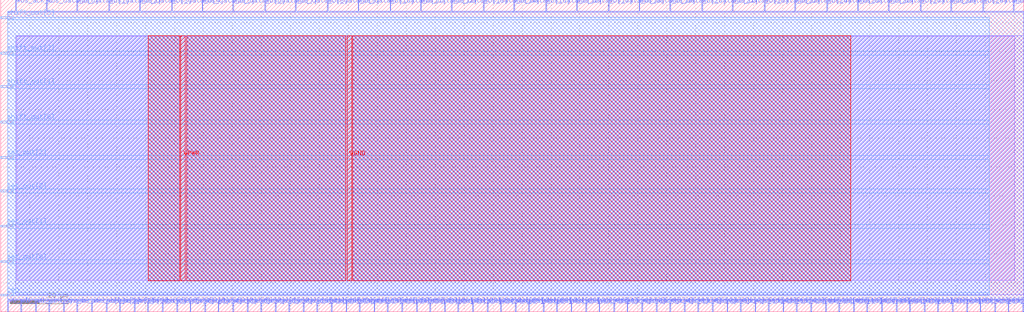
<source format=lef>
VERSION 5.7 ;
  NOWIREEXTENSIONATPIN ON ;
  DIVIDERCHAR "/" ;
  BUSBITCHARS "[]" ;
MACRO wishbone_configuratorinator_10
  CLASS BLOCK ;
  FOREIGN wishbone_configuratorinator_10 ;
  ORIGIN 0.000 0.000 ;
  SIZE 353.210 BY 107.905 ;
  PIN cen
    DIRECTION OUTPUT TRISTATE ;
    PORT
      LAYER met3 ;
        RECT 0.000 5.480 4.000 6.080 ;
    END
  END cen
  PIN set_out[0]
    DIRECTION OUTPUT TRISTATE ;
    PORT
      LAYER met3 ;
        RECT 0.000 17.040 4.000 17.640 ;
    END
  END set_out[0]
  PIN set_out[1]
    DIRECTION OUTPUT TRISTATE ;
    PORT
      LAYER met3 ;
        RECT 0.000 29.280 4.000 29.880 ;
    END
  END set_out[1]
  PIN set_out[2]
    DIRECTION OUTPUT TRISTATE ;
    PORT
      LAYER met3 ;
        RECT 0.000 41.520 4.000 42.120 ;
    END
  END set_out[2]
  PIN set_out[3]
    DIRECTION OUTPUT TRISTATE ;
    PORT
      LAYER met3 ;
        RECT 0.000 53.080 4.000 53.680 ;
    END
  END set_out[3]
  PIN shift_out[0]
    DIRECTION OUTPUT TRISTATE ;
    PORT
      LAYER met3 ;
        RECT 0.000 65.320 4.000 65.920 ;
    END
  END shift_out[0]
  PIN shift_out[1]
    DIRECTION OUTPUT TRISTATE ;
    PORT
      LAYER met3 ;
        RECT 0.000 77.560 4.000 78.160 ;
    END
  END shift_out[1]
  PIN shift_out[2]
    DIRECTION OUTPUT TRISTATE ;
    PORT
      LAYER met3 ;
        RECT 0.000 89.120 4.000 89.720 ;
    END
  END shift_out[2]
  PIN shift_out[3]
    DIRECTION OUTPUT TRISTATE ;
    PORT
      LAYER met3 ;
        RECT 0.000 101.360 4.000 101.960 ;
    END
  END shift_out[3]
  PIN wb_clk_i
    DIRECTION INPUT ;
    PORT
      LAYER met2 ;
        RECT 2.390 0.000 2.670 4.000 ;
    END
  END wb_clk_i
  PIN wb_rst_i
    DIRECTION INPUT ;
    PORT
      LAYER met2 ;
        RECT 6.990 0.000 7.270 4.000 ;
    END
  END wb_rst_i
  PIN wbs_ack_o
    DIRECTION OUTPUT TRISTATE ;
    PORT
      LAYER met2 ;
        RECT 5.150 103.905 5.430 107.905 ;
    END
  END wbs_ack_o
  PIN wbs_addr_i[0]
    DIRECTION INPUT ;
    PORT
      LAYER met2 ;
        RECT 202.030 0.000 202.310 4.000 ;
    END
  END wbs_addr_i[0]
  PIN wbs_addr_i[10]
    DIRECTION INPUT ;
    PORT
      LAYER met2 ;
        RECT 250.790 0.000 251.070 4.000 ;
    END
  END wbs_addr_i[10]
  PIN wbs_addr_i[11]
    DIRECTION INPUT ;
    PORT
      LAYER met2 ;
        RECT 255.390 0.000 255.670 4.000 ;
    END
  END wbs_addr_i[11]
  PIN wbs_addr_i[12]
    DIRECTION INPUT ;
    PORT
      LAYER met2 ;
        RECT 260.450 0.000 260.730 4.000 ;
    END
  END wbs_addr_i[12]
  PIN wbs_addr_i[13]
    DIRECTION INPUT ;
    PORT
      LAYER met2 ;
        RECT 265.050 0.000 265.330 4.000 ;
    END
  END wbs_addr_i[13]
  PIN wbs_addr_i[14]
    DIRECTION INPUT ;
    PORT
      LAYER met2 ;
        RECT 270.110 0.000 270.390 4.000 ;
    END
  END wbs_addr_i[14]
  PIN wbs_addr_i[15]
    DIRECTION INPUT ;
    PORT
      LAYER met2 ;
        RECT 274.710 0.000 274.990 4.000 ;
    END
  END wbs_addr_i[15]
  PIN wbs_addr_i[16]
    DIRECTION INPUT ;
    PORT
      LAYER met2 ;
        RECT 279.770 0.000 280.050 4.000 ;
    END
  END wbs_addr_i[16]
  PIN wbs_addr_i[17]
    DIRECTION INPUT ;
    PORT
      LAYER met2 ;
        RECT 284.830 0.000 285.110 4.000 ;
    END
  END wbs_addr_i[17]
  PIN wbs_addr_i[18]
    DIRECTION INPUT ;
    PORT
      LAYER met2 ;
        RECT 289.430 0.000 289.710 4.000 ;
    END
  END wbs_addr_i[18]
  PIN wbs_addr_i[19]
    DIRECTION INPUT ;
    PORT
      LAYER met2 ;
        RECT 294.490 0.000 294.770 4.000 ;
    END
  END wbs_addr_i[19]
  PIN wbs_addr_i[1]
    DIRECTION INPUT ;
    PORT
      LAYER met2 ;
        RECT 206.630 0.000 206.910 4.000 ;
    END
  END wbs_addr_i[1]
  PIN wbs_addr_i[20]
    DIRECTION INPUT ;
    PORT
      LAYER met2 ;
        RECT 299.090 0.000 299.370 4.000 ;
    END
  END wbs_addr_i[20]
  PIN wbs_addr_i[21]
    DIRECTION INPUT ;
    PORT
      LAYER met2 ;
        RECT 304.150 0.000 304.430 4.000 ;
    END
  END wbs_addr_i[21]
  PIN wbs_addr_i[22]
    DIRECTION INPUT ;
    PORT
      LAYER met2 ;
        RECT 309.210 0.000 309.490 4.000 ;
    END
  END wbs_addr_i[22]
  PIN wbs_addr_i[23]
    DIRECTION INPUT ;
    PORT
      LAYER met2 ;
        RECT 313.810 0.000 314.090 4.000 ;
    END
  END wbs_addr_i[23]
  PIN wbs_addr_i[24]
    DIRECTION INPUT ;
    PORT
      LAYER met2 ;
        RECT 318.870 0.000 319.150 4.000 ;
    END
  END wbs_addr_i[24]
  PIN wbs_addr_i[25]
    DIRECTION INPUT ;
    PORT
      LAYER met2 ;
        RECT 323.470 0.000 323.750 4.000 ;
    END
  END wbs_addr_i[25]
  PIN wbs_addr_i[26]
    DIRECTION INPUT ;
    PORT
      LAYER met2 ;
        RECT 328.530 0.000 328.810 4.000 ;
    END
  END wbs_addr_i[26]
  PIN wbs_addr_i[27]
    DIRECTION INPUT ;
    PORT
      LAYER met2 ;
        RECT 333.590 0.000 333.870 4.000 ;
    END
  END wbs_addr_i[27]
  PIN wbs_addr_i[28]
    DIRECTION INPUT ;
    PORT
      LAYER met2 ;
        RECT 338.190 0.000 338.470 4.000 ;
    END
  END wbs_addr_i[28]
  PIN wbs_addr_i[29]
    DIRECTION INPUT ;
    PORT
      LAYER met2 ;
        RECT 343.250 0.000 343.530 4.000 ;
    END
  END wbs_addr_i[29]
  PIN wbs_addr_i[2]
    DIRECTION INPUT ;
    PORT
      LAYER met2 ;
        RECT 211.690 0.000 211.970 4.000 ;
    END
  END wbs_addr_i[2]
  PIN wbs_addr_i[30]
    DIRECTION INPUT ;
    PORT
      LAYER met2 ;
        RECT 347.850 0.000 348.130 4.000 ;
    END
  END wbs_addr_i[30]
  PIN wbs_addr_i[31]
    DIRECTION INPUT ;
    PORT
      LAYER met2 ;
        RECT 352.910 0.000 353.190 4.000 ;
    END
  END wbs_addr_i[31]
  PIN wbs_addr_i[3]
    DIRECTION INPUT ;
    PORT
      LAYER met2 ;
        RECT 216.290 0.000 216.570 4.000 ;
    END
  END wbs_addr_i[3]
  PIN wbs_addr_i[4]
    DIRECTION INPUT ;
    PORT
      LAYER met2 ;
        RECT 221.350 0.000 221.630 4.000 ;
    END
  END wbs_addr_i[4]
  PIN wbs_addr_i[5]
    DIRECTION INPUT ;
    PORT
      LAYER met2 ;
        RECT 226.410 0.000 226.690 4.000 ;
    END
  END wbs_addr_i[5]
  PIN wbs_addr_i[6]
    DIRECTION INPUT ;
    PORT
      LAYER met2 ;
        RECT 231.010 0.000 231.290 4.000 ;
    END
  END wbs_addr_i[6]
  PIN wbs_addr_i[7]
    DIRECTION INPUT ;
    PORT
      LAYER met2 ;
        RECT 236.070 0.000 236.350 4.000 ;
    END
  END wbs_addr_i[7]
  PIN wbs_addr_i[8]
    DIRECTION INPUT ;
    PORT
      LAYER met2 ;
        RECT 240.670 0.000 240.950 4.000 ;
    END
  END wbs_addr_i[8]
  PIN wbs_addr_i[9]
    DIRECTION INPUT ;
    PORT
      LAYER met2 ;
        RECT 245.730 0.000 246.010 4.000 ;
    END
  END wbs_addr_i[9]
  PIN wbs_cyc_i
    DIRECTION INPUT ;
    PORT
      LAYER met2 ;
        RECT 16.650 0.000 16.930 4.000 ;
    END
  END wbs_cyc_i
  PIN wbs_data_i[0]
    DIRECTION INPUT ;
    PORT
      LAYER met2 ;
        RECT 46.090 0.000 46.370 4.000 ;
    END
  END wbs_data_i[0]
  PIN wbs_data_i[10]
    DIRECTION INPUT ;
    PORT
      LAYER met2 ;
        RECT 94.850 0.000 95.130 4.000 ;
    END
  END wbs_data_i[10]
  PIN wbs_data_i[11]
    DIRECTION INPUT ;
    PORT
      LAYER met2 ;
        RECT 99.450 0.000 99.730 4.000 ;
    END
  END wbs_data_i[11]
  PIN wbs_data_i[12]
    DIRECTION INPUT ;
    PORT
      LAYER met2 ;
        RECT 104.510 0.000 104.790 4.000 ;
    END
  END wbs_data_i[12]
  PIN wbs_data_i[13]
    DIRECTION INPUT ;
    PORT
      LAYER met2 ;
        RECT 109.110 0.000 109.390 4.000 ;
    END
  END wbs_data_i[13]
  PIN wbs_data_i[14]
    DIRECTION INPUT ;
    PORT
      LAYER met2 ;
        RECT 114.170 0.000 114.450 4.000 ;
    END
  END wbs_data_i[14]
  PIN wbs_data_i[15]
    DIRECTION INPUT ;
    PORT
      LAYER met2 ;
        RECT 119.230 0.000 119.510 4.000 ;
    END
  END wbs_data_i[15]
  PIN wbs_data_i[16]
    DIRECTION INPUT ;
    PORT
      LAYER met2 ;
        RECT 123.830 0.000 124.110 4.000 ;
    END
  END wbs_data_i[16]
  PIN wbs_data_i[17]
    DIRECTION INPUT ;
    PORT
      LAYER met2 ;
        RECT 128.890 0.000 129.170 4.000 ;
    END
  END wbs_data_i[17]
  PIN wbs_data_i[18]
    DIRECTION INPUT ;
    PORT
      LAYER met2 ;
        RECT 133.490 0.000 133.770 4.000 ;
    END
  END wbs_data_i[18]
  PIN wbs_data_i[19]
    DIRECTION INPUT ;
    PORT
      LAYER met2 ;
        RECT 138.550 0.000 138.830 4.000 ;
    END
  END wbs_data_i[19]
  PIN wbs_data_i[1]
    DIRECTION INPUT ;
    PORT
      LAYER met2 ;
        RECT 50.690 0.000 50.970 4.000 ;
    END
  END wbs_data_i[1]
  PIN wbs_data_i[20]
    DIRECTION INPUT ;
    PORT
      LAYER met2 ;
        RECT 143.610 0.000 143.890 4.000 ;
    END
  END wbs_data_i[20]
  PIN wbs_data_i[21]
    DIRECTION INPUT ;
    PORT
      LAYER met2 ;
        RECT 148.210 0.000 148.490 4.000 ;
    END
  END wbs_data_i[21]
  PIN wbs_data_i[22]
    DIRECTION INPUT ;
    PORT
      LAYER met2 ;
        RECT 153.270 0.000 153.550 4.000 ;
    END
  END wbs_data_i[22]
  PIN wbs_data_i[23]
    DIRECTION INPUT ;
    PORT
      LAYER met2 ;
        RECT 157.870 0.000 158.150 4.000 ;
    END
  END wbs_data_i[23]
  PIN wbs_data_i[24]
    DIRECTION INPUT ;
    PORT
      LAYER met2 ;
        RECT 162.930 0.000 163.210 4.000 ;
    END
  END wbs_data_i[24]
  PIN wbs_data_i[25]
    DIRECTION INPUT ;
    PORT
      LAYER met2 ;
        RECT 167.990 0.000 168.270 4.000 ;
    END
  END wbs_data_i[25]
  PIN wbs_data_i[26]
    DIRECTION INPUT ;
    PORT
      LAYER met2 ;
        RECT 172.590 0.000 172.870 4.000 ;
    END
  END wbs_data_i[26]
  PIN wbs_data_i[27]
    DIRECTION INPUT ;
    PORT
      LAYER met2 ;
        RECT 177.650 0.000 177.930 4.000 ;
    END
  END wbs_data_i[27]
  PIN wbs_data_i[28]
    DIRECTION INPUT ;
    PORT
      LAYER met2 ;
        RECT 182.250 0.000 182.530 4.000 ;
    END
  END wbs_data_i[28]
  PIN wbs_data_i[29]
    DIRECTION INPUT ;
    PORT
      LAYER met2 ;
        RECT 187.310 0.000 187.590 4.000 ;
    END
  END wbs_data_i[29]
  PIN wbs_data_i[2]
    DIRECTION INPUT ;
    PORT
      LAYER met2 ;
        RECT 55.750 0.000 56.030 4.000 ;
    END
  END wbs_data_i[2]
  PIN wbs_data_i[30]
    DIRECTION INPUT ;
    PORT
      LAYER met2 ;
        RECT 191.910 0.000 192.190 4.000 ;
    END
  END wbs_data_i[30]
  PIN wbs_data_i[31]
    DIRECTION INPUT ;
    PORT
      LAYER met2 ;
        RECT 196.970 0.000 197.250 4.000 ;
    END
  END wbs_data_i[31]
  PIN wbs_data_i[3]
    DIRECTION INPUT ;
    PORT
      LAYER met2 ;
        RECT 60.810 0.000 61.090 4.000 ;
    END
  END wbs_data_i[3]
  PIN wbs_data_i[4]
    DIRECTION INPUT ;
    PORT
      LAYER met2 ;
        RECT 65.410 0.000 65.690 4.000 ;
    END
  END wbs_data_i[4]
  PIN wbs_data_i[5]
    DIRECTION INPUT ;
    PORT
      LAYER met2 ;
        RECT 70.470 0.000 70.750 4.000 ;
    END
  END wbs_data_i[5]
  PIN wbs_data_i[6]
    DIRECTION INPUT ;
    PORT
      LAYER met2 ;
        RECT 75.070 0.000 75.350 4.000 ;
    END
  END wbs_data_i[6]
  PIN wbs_data_i[7]
    DIRECTION INPUT ;
    PORT
      LAYER met2 ;
        RECT 80.130 0.000 80.410 4.000 ;
    END
  END wbs_data_i[7]
  PIN wbs_data_i[8]
    DIRECTION INPUT ;
    PORT
      LAYER met2 ;
        RECT 85.190 0.000 85.470 4.000 ;
    END
  END wbs_data_i[8]
  PIN wbs_data_i[9]
    DIRECTION INPUT ;
    PORT
      LAYER met2 ;
        RECT 89.790 0.000 90.070 4.000 ;
    END
  END wbs_data_i[9]
  PIN wbs_data_o[0]
    DIRECTION OUTPUT TRISTATE ;
    PORT
      LAYER met2 ;
        RECT 15.730 103.905 16.010 107.905 ;
    END
  END wbs_data_o[0]
  PIN wbs_data_o[10]
    DIRECTION OUTPUT TRISTATE ;
    PORT
      LAYER met2 ;
        RECT 123.370 103.905 123.650 107.905 ;
    END
  END wbs_data_o[10]
  PIN wbs_data_o[11]
    DIRECTION OUTPUT TRISTATE ;
    PORT
      LAYER met2 ;
        RECT 134.410 103.905 134.690 107.905 ;
    END
  END wbs_data_o[11]
  PIN wbs_data_o[12]
    DIRECTION OUTPUT TRISTATE ;
    PORT
      LAYER met2 ;
        RECT 144.990 103.905 145.270 107.905 ;
    END
  END wbs_data_o[12]
  PIN wbs_data_o[13]
    DIRECTION OUTPUT TRISTATE ;
    PORT
      LAYER met2 ;
        RECT 155.570 103.905 155.850 107.905 ;
    END
  END wbs_data_o[13]
  PIN wbs_data_o[14]
    DIRECTION OUTPUT TRISTATE ;
    PORT
      LAYER met2 ;
        RECT 166.610 103.905 166.890 107.905 ;
    END
  END wbs_data_o[14]
  PIN wbs_data_o[15]
    DIRECTION OUTPUT TRISTATE ;
    PORT
      LAYER met2 ;
        RECT 177.190 103.905 177.470 107.905 ;
    END
  END wbs_data_o[15]
  PIN wbs_data_o[16]
    DIRECTION OUTPUT TRISTATE ;
    PORT
      LAYER met2 ;
        RECT 188.230 103.905 188.510 107.905 ;
    END
  END wbs_data_o[16]
  PIN wbs_data_o[17]
    DIRECTION OUTPUT TRISTATE ;
    PORT
      LAYER met2 ;
        RECT 198.810 103.905 199.090 107.905 ;
    END
  END wbs_data_o[17]
  PIN wbs_data_o[18]
    DIRECTION OUTPUT TRISTATE ;
    PORT
      LAYER met2 ;
        RECT 209.850 103.905 210.130 107.905 ;
    END
  END wbs_data_o[18]
  PIN wbs_data_o[19]
    DIRECTION OUTPUT TRISTATE ;
    PORT
      LAYER met2 ;
        RECT 220.430 103.905 220.710 107.905 ;
    END
  END wbs_data_o[19]
  PIN wbs_data_o[1]
    DIRECTION OUTPUT TRISTATE ;
    PORT
      LAYER met2 ;
        RECT 26.310 103.905 26.590 107.905 ;
    END
  END wbs_data_o[1]
  PIN wbs_data_o[20]
    DIRECTION OUTPUT TRISTATE ;
    PORT
      LAYER met2 ;
        RECT 231.010 103.905 231.290 107.905 ;
    END
  END wbs_data_o[20]
  PIN wbs_data_o[21]
    DIRECTION OUTPUT TRISTATE ;
    PORT
      LAYER met2 ;
        RECT 242.050 103.905 242.330 107.905 ;
    END
  END wbs_data_o[21]
  PIN wbs_data_o[22]
    DIRECTION OUTPUT TRISTATE ;
    PORT
      LAYER met2 ;
        RECT 252.630 103.905 252.910 107.905 ;
    END
  END wbs_data_o[22]
  PIN wbs_data_o[23]
    DIRECTION OUTPUT TRISTATE ;
    PORT
      LAYER met2 ;
        RECT 263.670 103.905 263.950 107.905 ;
    END
  END wbs_data_o[23]
  PIN wbs_data_o[24]
    DIRECTION OUTPUT TRISTATE ;
    PORT
      LAYER met2 ;
        RECT 274.250 103.905 274.530 107.905 ;
    END
  END wbs_data_o[24]
  PIN wbs_data_o[25]
    DIRECTION OUTPUT TRISTATE ;
    PORT
      LAYER met2 ;
        RECT 285.290 103.905 285.570 107.905 ;
    END
  END wbs_data_o[25]
  PIN wbs_data_o[26]
    DIRECTION OUTPUT TRISTATE ;
    PORT
      LAYER met2 ;
        RECT 295.870 103.905 296.150 107.905 ;
    END
  END wbs_data_o[26]
  PIN wbs_data_o[27]
    DIRECTION OUTPUT TRISTATE ;
    PORT
      LAYER met2 ;
        RECT 306.450 103.905 306.730 107.905 ;
    END
  END wbs_data_o[27]
  PIN wbs_data_o[28]
    DIRECTION OUTPUT TRISTATE ;
    PORT
      LAYER met2 ;
        RECT 317.490 103.905 317.770 107.905 ;
    END
  END wbs_data_o[28]
  PIN wbs_data_o[29]
    DIRECTION OUTPUT TRISTATE ;
    PORT
      LAYER met2 ;
        RECT 328.070 103.905 328.350 107.905 ;
    END
  END wbs_data_o[29]
  PIN wbs_data_o[2]
    DIRECTION OUTPUT TRISTATE ;
    PORT
      LAYER met2 ;
        RECT 37.350 103.905 37.630 107.905 ;
    END
  END wbs_data_o[2]
  PIN wbs_data_o[30]
    DIRECTION OUTPUT TRISTATE ;
    PORT
      LAYER met2 ;
        RECT 339.110 103.905 339.390 107.905 ;
    END
  END wbs_data_o[30]
  PIN wbs_data_o[31]
    DIRECTION OUTPUT TRISTATE ;
    PORT
      LAYER met2 ;
        RECT 349.690 103.905 349.970 107.905 ;
    END
  END wbs_data_o[31]
  PIN wbs_data_o[3]
    DIRECTION OUTPUT TRISTATE ;
    PORT
      LAYER met2 ;
        RECT 47.930 103.905 48.210 107.905 ;
    END
  END wbs_data_o[3]
  PIN wbs_data_o[4]
    DIRECTION OUTPUT TRISTATE ;
    PORT
      LAYER met2 ;
        RECT 58.970 103.905 59.250 107.905 ;
    END
  END wbs_data_o[4]
  PIN wbs_data_o[5]
    DIRECTION OUTPUT TRISTATE ;
    PORT
      LAYER met2 ;
        RECT 69.550 103.905 69.830 107.905 ;
    END
  END wbs_data_o[5]
  PIN wbs_data_o[6]
    DIRECTION OUTPUT TRISTATE ;
    PORT
      LAYER met2 ;
        RECT 80.130 103.905 80.410 107.905 ;
    END
  END wbs_data_o[6]
  PIN wbs_data_o[7]
    DIRECTION OUTPUT TRISTATE ;
    PORT
      LAYER met2 ;
        RECT 91.170 103.905 91.450 107.905 ;
    END
  END wbs_data_o[7]
  PIN wbs_data_o[8]
    DIRECTION OUTPUT TRISTATE ;
    PORT
      LAYER met2 ;
        RECT 101.750 103.905 102.030 107.905 ;
    END
  END wbs_data_o[8]
  PIN wbs_data_o[9]
    DIRECTION OUTPUT TRISTATE ;
    PORT
      LAYER met2 ;
        RECT 112.790 103.905 113.070 107.905 ;
    END
  END wbs_data_o[9]
  PIN wbs_sel_i[0]
    DIRECTION INPUT ;
    PORT
      LAYER met2 ;
        RECT 26.310 0.000 26.590 4.000 ;
    END
  END wbs_sel_i[0]
  PIN wbs_sel_i[1]
    DIRECTION INPUT ;
    PORT
      LAYER met2 ;
        RECT 31.370 0.000 31.650 4.000 ;
    END
  END wbs_sel_i[1]
  PIN wbs_sel_i[2]
    DIRECTION INPUT ;
    PORT
      LAYER met2 ;
        RECT 36.430 0.000 36.710 4.000 ;
    END
  END wbs_sel_i[2]
  PIN wbs_sel_i[3]
    DIRECTION INPUT ;
    PORT
      LAYER met2 ;
        RECT 41.030 0.000 41.310 4.000 ;
    END
  END wbs_sel_i[3]
  PIN wbs_stb_i
    DIRECTION INPUT ;
    PORT
      LAYER met2 ;
        RECT 12.050 0.000 12.330 4.000 ;
    END
  END wbs_stb_i
  PIN wbs_we_i
    DIRECTION INPUT ;
    PORT
      LAYER met2 ;
        RECT 21.710 0.000 21.990 4.000 ;
    END
  END wbs_we_i
  PIN VPWR
    DIRECTION INPUT ;
    USE POWER ;
    PORT
      LAYER met4 ;
        RECT 62.145 10.640 63.745 95.440 ;
    END
  END VPWR
  PIN VGND
    DIRECTION INPUT ;
    USE GROUND ;
    PORT
      LAYER met4 ;
        RECT 119.565 10.640 121.165 95.440 ;
    END
  END VGND
  OBS
      LAYER li1 ;
        RECT 5.520 10.795 350.060 95.285 ;
      LAYER met1 ;
        RECT 5.130 5.820 353.210 95.440 ;
      LAYER met2 ;
        RECT 2.390 103.625 4.870 103.905 ;
        RECT 5.710 103.625 15.450 103.905 ;
        RECT 16.290 103.625 26.030 103.905 ;
        RECT 26.870 103.625 37.070 103.905 ;
        RECT 37.910 103.625 47.650 103.905 ;
        RECT 48.490 103.625 58.690 103.905 ;
        RECT 59.530 103.625 69.270 103.905 ;
        RECT 70.110 103.625 79.850 103.905 ;
        RECT 80.690 103.625 90.890 103.905 ;
        RECT 91.730 103.625 101.470 103.905 ;
        RECT 102.310 103.625 112.510 103.905 ;
        RECT 113.350 103.625 123.090 103.905 ;
        RECT 123.930 103.625 134.130 103.905 ;
        RECT 134.970 103.625 144.710 103.905 ;
        RECT 145.550 103.625 155.290 103.905 ;
        RECT 156.130 103.625 166.330 103.905 ;
        RECT 167.170 103.625 176.910 103.905 ;
        RECT 177.750 103.625 187.950 103.905 ;
        RECT 188.790 103.625 198.530 103.905 ;
        RECT 199.370 103.625 209.570 103.905 ;
        RECT 210.410 103.625 220.150 103.905 ;
        RECT 220.990 103.625 230.730 103.905 ;
        RECT 231.570 103.625 241.770 103.905 ;
        RECT 242.610 103.625 252.350 103.905 ;
        RECT 253.190 103.625 263.390 103.905 ;
        RECT 264.230 103.625 273.970 103.905 ;
        RECT 274.810 103.625 285.010 103.905 ;
        RECT 285.850 103.625 295.590 103.905 ;
        RECT 296.430 103.625 306.170 103.905 ;
        RECT 307.010 103.625 317.210 103.905 ;
        RECT 318.050 103.625 327.790 103.905 ;
        RECT 328.630 103.625 338.830 103.905 ;
        RECT 339.670 103.625 349.410 103.905 ;
        RECT 350.250 103.625 353.180 103.905 ;
        RECT 2.390 4.280 353.180 103.625 ;
        RECT 2.950 4.000 6.710 4.280 ;
        RECT 7.550 4.000 11.770 4.280 ;
        RECT 12.610 4.000 16.370 4.280 ;
        RECT 17.210 4.000 21.430 4.280 ;
        RECT 22.270 4.000 26.030 4.280 ;
        RECT 26.870 4.000 31.090 4.280 ;
        RECT 31.930 4.000 36.150 4.280 ;
        RECT 36.990 4.000 40.750 4.280 ;
        RECT 41.590 4.000 45.810 4.280 ;
        RECT 46.650 4.000 50.410 4.280 ;
        RECT 51.250 4.000 55.470 4.280 ;
        RECT 56.310 4.000 60.530 4.280 ;
        RECT 61.370 4.000 65.130 4.280 ;
        RECT 65.970 4.000 70.190 4.280 ;
        RECT 71.030 4.000 74.790 4.280 ;
        RECT 75.630 4.000 79.850 4.280 ;
        RECT 80.690 4.000 84.910 4.280 ;
        RECT 85.750 4.000 89.510 4.280 ;
        RECT 90.350 4.000 94.570 4.280 ;
        RECT 95.410 4.000 99.170 4.280 ;
        RECT 100.010 4.000 104.230 4.280 ;
        RECT 105.070 4.000 108.830 4.280 ;
        RECT 109.670 4.000 113.890 4.280 ;
        RECT 114.730 4.000 118.950 4.280 ;
        RECT 119.790 4.000 123.550 4.280 ;
        RECT 124.390 4.000 128.610 4.280 ;
        RECT 129.450 4.000 133.210 4.280 ;
        RECT 134.050 4.000 138.270 4.280 ;
        RECT 139.110 4.000 143.330 4.280 ;
        RECT 144.170 4.000 147.930 4.280 ;
        RECT 148.770 4.000 152.990 4.280 ;
        RECT 153.830 4.000 157.590 4.280 ;
        RECT 158.430 4.000 162.650 4.280 ;
        RECT 163.490 4.000 167.710 4.280 ;
        RECT 168.550 4.000 172.310 4.280 ;
        RECT 173.150 4.000 177.370 4.280 ;
        RECT 178.210 4.000 181.970 4.280 ;
        RECT 182.810 4.000 187.030 4.280 ;
        RECT 187.870 4.000 191.630 4.280 ;
        RECT 192.470 4.000 196.690 4.280 ;
        RECT 197.530 4.000 201.750 4.280 ;
        RECT 202.590 4.000 206.350 4.280 ;
        RECT 207.190 4.000 211.410 4.280 ;
        RECT 212.250 4.000 216.010 4.280 ;
        RECT 216.850 4.000 221.070 4.280 ;
        RECT 221.910 4.000 226.130 4.280 ;
        RECT 226.970 4.000 230.730 4.280 ;
        RECT 231.570 4.000 235.790 4.280 ;
        RECT 236.630 4.000 240.390 4.280 ;
        RECT 241.230 4.000 245.450 4.280 ;
        RECT 246.290 4.000 250.510 4.280 ;
        RECT 251.350 4.000 255.110 4.280 ;
        RECT 255.950 4.000 260.170 4.280 ;
        RECT 261.010 4.000 264.770 4.280 ;
        RECT 265.610 4.000 269.830 4.280 ;
        RECT 270.670 4.000 274.430 4.280 ;
        RECT 275.270 4.000 279.490 4.280 ;
        RECT 280.330 4.000 284.550 4.280 ;
        RECT 285.390 4.000 289.150 4.280 ;
        RECT 289.990 4.000 294.210 4.280 ;
        RECT 295.050 4.000 298.810 4.280 ;
        RECT 299.650 4.000 303.870 4.280 ;
        RECT 304.710 4.000 308.930 4.280 ;
        RECT 309.770 4.000 313.530 4.280 ;
        RECT 314.370 4.000 318.590 4.280 ;
        RECT 319.430 4.000 323.190 4.280 ;
        RECT 324.030 4.000 328.250 4.280 ;
        RECT 329.090 4.000 333.310 4.280 ;
        RECT 334.150 4.000 337.910 4.280 ;
        RECT 338.750 4.000 342.970 4.280 ;
        RECT 343.810 4.000 347.570 4.280 ;
        RECT 348.410 4.000 352.630 4.280 ;
      LAYER met3 ;
        RECT 4.400 100.960 341.255 101.825 ;
        RECT 2.365 90.120 341.255 100.960 ;
        RECT 4.400 88.720 341.255 90.120 ;
        RECT 2.365 78.560 341.255 88.720 ;
        RECT 4.400 77.160 341.255 78.560 ;
        RECT 2.365 66.320 341.255 77.160 ;
        RECT 4.400 64.920 341.255 66.320 ;
        RECT 2.365 54.080 341.255 64.920 ;
        RECT 4.400 52.680 341.255 54.080 ;
        RECT 2.365 42.520 341.255 52.680 ;
        RECT 4.400 41.120 341.255 42.520 ;
        RECT 2.365 30.280 341.255 41.120 ;
        RECT 4.400 28.880 341.255 30.280 ;
        RECT 2.365 18.040 341.255 28.880 ;
        RECT 4.400 16.640 341.255 18.040 ;
        RECT 2.365 6.480 341.255 16.640 ;
        RECT 4.400 5.615 341.255 6.480 ;
      LAYER met4 ;
        RECT 50.895 10.640 61.745 95.440 ;
        RECT 64.145 10.640 119.165 95.440 ;
        RECT 121.565 10.640 293.435 95.440 ;
  END
END wishbone_configuratorinator_10
END LIBRARY


</source>
